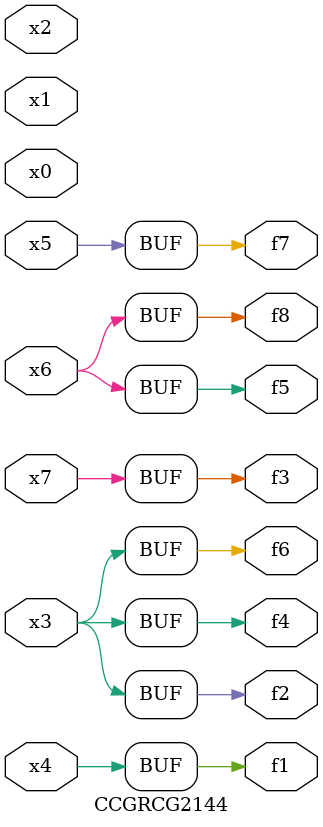
<source format=v>
module CCGRCG2144(
	input x0, x1, x2, x3, x4, x5, x6, x7,
	output f1, f2, f3, f4, f5, f6, f7, f8
);
	assign f1 = x4;
	assign f2 = x3;
	assign f3 = x7;
	assign f4 = x3;
	assign f5 = x6;
	assign f6 = x3;
	assign f7 = x5;
	assign f8 = x6;
endmodule

</source>
